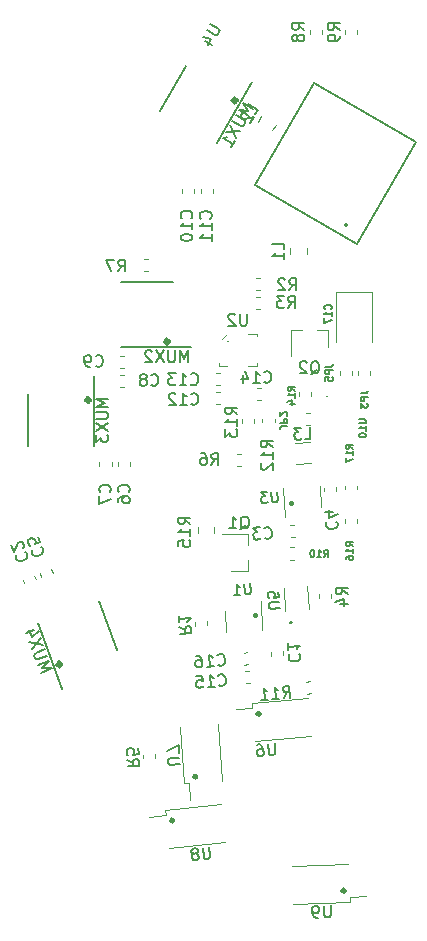
<source format=gbo>
G04 #@! TF.GenerationSoftware,KiCad,Pcbnew,(5.0.0)*
G04 #@! TF.CreationDate,2020-01-29T13:46:14+01:00*
G04 #@! TF.ProjectId,Insole_PCB,496E736F6C655F5043422E6B69636164,rev?*
G04 #@! TF.SameCoordinates,Original*
G04 #@! TF.FileFunction,Legend,Bot*
G04 #@! TF.FilePolarity,Positive*
%FSLAX46Y46*%
G04 Gerber Fmt 4.6, Leading zero omitted, Abs format (unit mm)*
G04 Created by KiCad (PCBNEW (5.0.0)) date 01/29/20 13:46:14*
%MOMM*%
%LPD*%
G01*
G04 APERTURE LIST*
%ADD10C,0.200000*%
%ADD11C,0.100000*%
%ADD12C,0.120000*%
%ADD13C,0.400000*%
%ADD14C,0.150000*%
%ADD15C,0.300000*%
G04 APERTURE END LIST*
D10*
G04 #@! TO.C,U2*
X191639453Y-163380707D02*
G75*
G03X191639453Y-163380707I0J0D01*
G01*
D11*
X194039453Y-162780707D02*
X194039453Y-163000707D01*
X193319453Y-162780707D02*
X194039453Y-162780707D01*
X194039453Y-165480707D02*
X193319453Y-165480707D01*
X194039453Y-165260707D02*
X194039453Y-165480707D01*
X190839453Y-165480707D02*
X190839453Y-165260707D01*
X190839453Y-165480707D02*
X191559453Y-165480707D01*
X191139453Y-163180707D02*
X191489453Y-162830707D01*
D12*
G04 #@! TO.C,C1*
X195219340Y-189703900D02*
X195242050Y-190028665D01*
X196236856Y-189632749D02*
X196259566Y-189957514D01*
G04 #@! TO.C,C2*
X174254536Y-183602175D02*
X174365883Y-183908099D01*
X175213023Y-183253315D02*
X175324370Y-183559239D01*
G04 #@! TO.C,C3*
X197258700Y-179951489D02*
X196933588Y-179968527D01*
X197205318Y-178932887D02*
X196880206Y-178949925D01*
G04 #@! TO.C,C4*
X199731340Y-175791900D02*
X199754050Y-176116665D01*
X200748856Y-175720749D02*
X200771566Y-176045514D01*
G04 #@! TO.C,C5*
X175704536Y-183052175D02*
X175815883Y-183358099D01*
X176663023Y-182703315D02*
X176774370Y-183009239D01*
G04 #@! TO.C,C6*
X183349453Y-173980986D02*
X183349453Y-173655428D01*
X182329453Y-173980986D02*
X182329453Y-173655428D01*
G04 #@! TO.C,C7*
X181749453Y-173993486D02*
X181749453Y-173667928D01*
X180729453Y-173993486D02*
X180729453Y-173667928D01*
G04 #@! TO.C,C8*
X182789732Y-166220707D02*
X182464174Y-166220707D01*
X182789732Y-167240707D02*
X182464174Y-167240707D01*
G04 #@! TO.C,C9*
X182789732Y-164620707D02*
X182464174Y-164620707D01*
X182789732Y-165640707D02*
X182464174Y-165640707D01*
G04 #@! TO.C,C10*
X188724453Y-150855986D02*
X188724453Y-150530428D01*
X187704453Y-150855986D02*
X187704453Y-150530428D01*
G04 #@! TO.C,C11*
X190349453Y-150868486D02*
X190349453Y-150542928D01*
X189329453Y-150868486D02*
X189329453Y-150542928D01*
G04 #@! TO.C,C12*
X190589174Y-168740707D02*
X190914732Y-168740707D01*
X190589174Y-167720707D02*
X190914732Y-167720707D01*
G04 #@! TO.C,C13*
X190589174Y-167140707D02*
X190914732Y-167140707D01*
X190589174Y-166120707D02*
X190914732Y-166120707D01*
G04 #@! TO.C,C14*
X194402232Y-167320707D02*
X194076674Y-167320707D01*
X194402232Y-168340707D02*
X194076674Y-168340707D01*
G04 #@! TO.C,L1*
X198279453Y-156036959D02*
X198279453Y-155514455D01*
X196859453Y-156036959D02*
X196859453Y-155514455D01*
G04 #@! TO.C,L2*
X195373705Y-145521958D02*
X195634957Y-145069456D01*
X194143949Y-144811958D02*
X194405201Y-144359456D01*
D13*
G04 #@! TO.C,MUX1*
X192339425Y-143008464D02*
G75*
G03X192339425Y-143008464I-158114J0D01*
G01*
D14*
X193651824Y-141461461D02*
X190664324Y-146635963D01*
X188079534Y-140062951D02*
X185879534Y-143873463D01*
D13*
G04 #@! TO.C,MUX2*
X186597567Y-163430707D02*
G75*
G03X186597567Y-163430707I-158114J0D01*
G01*
D14*
X188514453Y-163930707D02*
X182539453Y-163930707D01*
X186939453Y-158405707D02*
X182539453Y-158405707D01*
D13*
G04 #@! TO.C,MUX3*
X179897567Y-168380707D02*
G75*
G03X179897567Y-168380707I-158114J0D01*
G01*
D14*
X180239453Y-166305707D02*
X180239453Y-172280707D01*
X174714453Y-167880707D02*
X174714453Y-172280707D01*
D13*
G04 #@! TO.C,MUX4*
X177467708Y-190764831D02*
G75*
G03X177467708Y-190764831I-158114J0D01*
G01*
D14*
X177549440Y-192885703D02*
X175505869Y-187271040D01*
X182202560Y-189516026D02*
X180697671Y-185381378D01*
D12*
G04 #@! TO.C,Q2*
X200119453Y-162470707D02*
X200119453Y-163930707D01*
X196959453Y-162470707D02*
X196959453Y-164630707D01*
X196959453Y-162470707D02*
X197889453Y-162470707D01*
X200119453Y-162470707D02*
X199189453Y-162470707D01*
G04 #@! TO.C,R1*
X189876058Y-187450151D02*
X189859020Y-187125039D01*
X188857456Y-187503533D02*
X188840418Y-187178421D01*
G04 #@! TO.C,R2*
X194314732Y-158020707D02*
X193989174Y-158020707D01*
X194314732Y-159040707D02*
X193989174Y-159040707D01*
G04 #@! TO.C,R3*
X194302232Y-159620707D02*
X193976674Y-159620707D01*
X194302232Y-160640707D02*
X193976674Y-160640707D01*
G04 #@! TO.C,R4*
X199339453Y-184837928D02*
X199339453Y-185163486D01*
X200359453Y-184837928D02*
X200359453Y-185163486D01*
G04 #@! TO.C,R5*
X185459566Y-198657514D02*
X185436856Y-198332749D01*
X184442050Y-198728665D02*
X184419340Y-198403900D01*
G04 #@! TO.C,R6*
X192714732Y-172920707D02*
X192389174Y-172920707D01*
X192714732Y-173940707D02*
X192389174Y-173940707D01*
G04 #@! TO.C,R7*
X184802232Y-156470707D02*
X184476674Y-156470707D01*
X184802232Y-157490707D02*
X184476674Y-157490707D01*
G04 #@! TO.C,R8*
X199549453Y-137380986D02*
X199549453Y-137055428D01*
X198529453Y-137380986D02*
X198529453Y-137055428D01*
G04 #@! TO.C,R9*
X202549453Y-137393486D02*
X202549453Y-137067928D01*
X201529453Y-137393486D02*
X201529453Y-137067928D01*
G04 #@! TO.C,R10*
X197167732Y-180862707D02*
X196842174Y-180862707D01*
X197167732Y-181882707D02*
X196842174Y-181882707D01*
G04 #@! TO.C,R11*
X198337240Y-193252953D02*
X198661559Y-193224579D01*
X198248341Y-192236835D02*
X198572660Y-192208461D01*
G04 #@! TO.C,R12*
X195549453Y-170280986D02*
X195549453Y-169955428D01*
X194529453Y-170280986D02*
X194529453Y-169955428D01*
G04 #@! TO.C,R13*
X192829453Y-169967928D02*
X192829453Y-170293486D01*
X193849453Y-169967928D02*
X193849453Y-170293486D01*
G04 #@! TO.C,R14*
X198649453Y-168005986D02*
X198649453Y-167680428D01*
X197629453Y-168005986D02*
X197629453Y-167680428D01*
D13*
G04 #@! TO.C,U1*
X193867217Y-186581536D02*
G75*
G03X193867217Y-186581536I0J0D01*
G01*
D12*
X194493439Y-187830474D02*
X194366263Y-185403804D01*
X191335535Y-186233557D02*
X191427647Y-187991145D01*
D13*
G04 #@! TO.C,U3*
X196931689Y-177109878D02*
G75*
G03X196931689Y-177109878I0J0D01*
G01*
D12*
X196305467Y-175860940D02*
X196432643Y-178287610D01*
X199463371Y-177457857D02*
X199371259Y-175700269D01*
D15*
G04 #@! TO.C,U4*
X201612977Y-153558014D02*
G75*
G03X201612977Y-153558014I0J0D01*
G01*
D14*
X193906665Y-150205738D02*
X202566919Y-155205738D01*
X198906665Y-141545484D02*
X193906665Y-150205738D01*
X207566919Y-146545484D02*
X198906665Y-141545484D01*
X202566919Y-155205738D02*
X207566919Y-146545484D01*
D10*
G04 #@! TO.C,U5*
X196830672Y-187224665D02*
G75*
G03X197030184Y-187210713I99756J6976D01*
G01*
X197030185Y-187210713D02*
G75*
G03X196830671Y-187224665I-99757J-6976D01*
G01*
X197030184Y-187210713D02*
X197030184Y-187210713D01*
X196830671Y-187224665D02*
X196830671Y-187224665D01*
D11*
X198317261Y-184113386D02*
X198456774Y-186108515D01*
X196322132Y-184252899D02*
X196461645Y-186248028D01*
D13*
G04 #@! TO.C,U6*
X194260742Y-194948776D02*
G75*
G03X194260742Y-194948776I-70710J0D01*
G01*
D12*
X193888906Y-197243754D02*
X198670641Y-196825407D01*
X193610008Y-194055931D02*
X198391743Y-193637584D01*
X193644870Y-194454409D02*
X192250198Y-194576427D01*
X193610008Y-194055931D02*
X193644870Y-194454409D01*
D13*
G04 #@! TO.C,U7*
X188894284Y-200271420D02*
G75*
G03X188894284Y-200271420I-70710J0D01*
G01*
D12*
X191112947Y-200612553D02*
X190778116Y-195824245D01*
X187920742Y-200835774D02*
X187585911Y-196047466D01*
X188319767Y-200807871D02*
X188417426Y-202204461D01*
X187920742Y-200835774D02*
X188319767Y-200807871D01*
D13*
G04 #@! TO.C,U8*
X186952628Y-203982872D02*
G75*
G03X186952628Y-203982872I-70710J0D01*
G01*
D12*
X186620891Y-206282756D02*
X191394596Y-205781019D01*
X186286400Y-203100285D02*
X191060105Y-202598549D01*
X186328212Y-203498094D02*
X184935881Y-203644434D01*
X186286400Y-203100285D02*
X186328212Y-203498094D01*
D13*
G04 #@! TO.C,U9*
X201461691Y-209924002D02*
G75*
G03X201461691Y-209924002I-70711J0D01*
G01*
D12*
X201811803Y-207647929D02*
X197014727Y-207815447D01*
X201923481Y-210845980D02*
X197126405Y-211013497D01*
X201909521Y-210446223D02*
X203308669Y-210397364D01*
X201923481Y-210845980D02*
X201909521Y-210446223D01*
G04 #@! TO.C,C15*
X193380678Y-191315527D02*
X193055913Y-191338237D01*
X193451829Y-192333043D02*
X193127064Y-192355753D01*
G04 #@! TO.C,C16*
X193261259Y-189745593D02*
X192936494Y-189768303D01*
X193332410Y-190763109D02*
X193007645Y-190785819D01*
G04 #@! TO.C,C17*
X203799453Y-163470707D02*
X203799453Y-159260707D01*
X203799453Y-159260707D02*
X200779453Y-159260707D01*
X200779453Y-159260707D02*
X200779453Y-163470707D01*
G04 #@! TO.C,L3*
X197316588Y-171993464D02*
X198519066Y-171930445D01*
X197411840Y-173810969D02*
X198614318Y-173747950D01*
G04 #@! TO.C,Q1*
X193299453Y-182870707D02*
X193299453Y-181940707D01*
X193299453Y-179710707D02*
X193299453Y-180640707D01*
X193299453Y-179710707D02*
X191139453Y-179710707D01*
X193299453Y-182870707D02*
X191839453Y-182870707D01*
G04 #@! TO.C,R15*
X190459453Y-179094629D02*
X190459453Y-179611785D01*
X189039453Y-179094629D02*
X189039453Y-179611785D01*
G04 #@! TO.C,JP2*
X198206674Y-169460707D02*
X198532232Y-169460707D01*
X198206674Y-170480707D02*
X198532232Y-170480707D01*
G04 #@! TO.C,JP3*
X202599453Y-166223486D02*
X202599453Y-165897928D01*
X203619453Y-166223486D02*
X203619453Y-165897928D01*
G04 #@! TO.C,JP5*
X202129453Y-166243486D02*
X202129453Y-165917928D01*
X201109453Y-166243486D02*
X201109453Y-165917928D01*
G04 #@! TO.C,R16*
X202529453Y-178487928D02*
X202529453Y-178813486D01*
X201509453Y-178487928D02*
X201509453Y-178813486D01*
G04 #@! TO.C,R17*
X202539453Y-175953486D02*
X202539453Y-175627928D01*
X201519453Y-175953486D02*
X201519453Y-175627928D01*
D10*
G04 #@! TO.C,U10*
X200005453Y-168058707D02*
G75*
G03X200005453Y-168058707I-25000J0D01*
G01*
G04 #@! TO.C,U2*
D14*
X193201357Y-161083087D02*
X193201357Y-161892611D01*
X193153738Y-161987849D01*
X193106119Y-162035468D01*
X193010881Y-162083087D01*
X192820405Y-162083087D01*
X192725167Y-162035468D01*
X192677548Y-161987849D01*
X192629929Y-161892611D01*
X192629929Y-161083087D01*
X192201357Y-161178326D02*
X192153738Y-161130707D01*
X192058500Y-161083087D01*
X191820405Y-161083087D01*
X191725167Y-161130707D01*
X191677548Y-161178326D01*
X191629929Y-161273564D01*
X191629929Y-161368802D01*
X191677548Y-161511659D01*
X192248976Y-162083087D01*
X191629929Y-162083087D01*
G04 #@! TO.C,C1*
X196821323Y-189922128D02*
X196777141Y-189972953D01*
X196739604Y-190118784D01*
X196746247Y-190213790D01*
X196803715Y-190352977D01*
X196905365Y-190441340D01*
X197003693Y-190482200D01*
X197197027Y-190516416D01*
X197339536Y-190506450D01*
X197526226Y-190445660D01*
X197617911Y-190391514D01*
X197706273Y-190289864D01*
X197743811Y-190144034D01*
X197737168Y-190049027D01*
X197679699Y-189909840D01*
X197628875Y-189865659D01*
X196659882Y-188978711D02*
X196699743Y-189548747D01*
X196679812Y-189263729D02*
X197677376Y-189193973D01*
X197541511Y-189298944D01*
X197453148Y-189400593D01*
X197412288Y-189498921D01*
G04 #@! TO.C,C2*
X173660851Y-181509472D02*
X173632391Y-181570506D01*
X173636504Y-181721034D01*
X173669077Y-181810529D01*
X173762684Y-181928484D01*
X173884752Y-181985405D01*
X173990533Y-181997579D01*
X174185809Y-181977180D01*
X174320051Y-181928320D01*
X174482753Y-181818426D01*
X174555961Y-181741105D01*
X174612882Y-181619037D01*
X174608769Y-181468509D01*
X174576196Y-181379014D01*
X174482589Y-181261059D01*
X174421555Y-181232599D01*
X174291262Y-180874620D02*
X174319722Y-180813586D01*
X174331896Y-180707805D01*
X174250463Y-180484069D01*
X174173142Y-180410861D01*
X174112108Y-180382400D01*
X174006327Y-180370227D01*
X173916832Y-180402800D01*
X173798877Y-180496407D01*
X173457350Y-181228814D01*
X173245623Y-180647100D01*
G04 #@! TO.C,C3*
X194734582Y-180058637D02*
X194784628Y-180103699D01*
X194929782Y-180143776D01*
X195024889Y-180138792D01*
X195165058Y-180083761D01*
X195255182Y-179983669D01*
X195297751Y-179886070D01*
X195335336Y-179693362D01*
X195327860Y-179550701D01*
X195270337Y-179362978D01*
X195217799Y-179270363D01*
X195117707Y-179180239D01*
X194972553Y-179140162D01*
X194877446Y-179145147D01*
X194737277Y-179200177D01*
X194692215Y-179250223D01*
X194354354Y-179172561D02*
X193736155Y-179204959D01*
X194088969Y-179567944D01*
X193946307Y-179575421D01*
X193853692Y-179627959D01*
X193808631Y-179678005D01*
X193766061Y-179775605D01*
X193778522Y-180013373D01*
X193831060Y-180105989D01*
X193881106Y-180151050D01*
X193978706Y-180193620D01*
X194264029Y-180178667D01*
X194356644Y-180126129D01*
X194401706Y-180076083D01*
G04 #@! TO.C,C4*
X199984806Y-178731880D02*
X199940624Y-178782705D01*
X199903087Y-178928536D01*
X199909730Y-179023542D01*
X199967198Y-179162729D01*
X200068848Y-179251092D01*
X200167176Y-179291952D01*
X200360510Y-179326168D01*
X200503019Y-179316202D01*
X200689709Y-179255412D01*
X200781394Y-179201266D01*
X200869756Y-179099616D01*
X200907294Y-178953786D01*
X200900651Y-178858779D01*
X200843182Y-178719592D01*
X200792358Y-178675411D01*
X200495051Y-177836964D02*
X199830008Y-177883469D01*
X200891684Y-178047906D02*
X200195747Y-178335247D01*
X200152564Y-177717707D01*
G04 #@! TO.C,C5*
X175010851Y-181109472D02*
X174982391Y-181170506D01*
X174986504Y-181321034D01*
X175019077Y-181410529D01*
X175112684Y-181528484D01*
X175234752Y-181585405D01*
X175340533Y-181597579D01*
X175535809Y-181577180D01*
X175670051Y-181528320D01*
X175832753Y-181418426D01*
X175905961Y-181341105D01*
X175962882Y-181219037D01*
X175958769Y-181068509D01*
X175926196Y-180979014D01*
X175832589Y-180861059D01*
X175771555Y-180832599D01*
X175551603Y-179949827D02*
X175714469Y-180397300D01*
X175283283Y-180604914D01*
X175311744Y-180543880D01*
X175323918Y-180438099D01*
X175242485Y-180214362D01*
X175165164Y-180141154D01*
X175104130Y-180112694D01*
X174998349Y-180100520D01*
X174774612Y-180181953D01*
X174701405Y-180259274D01*
X174672944Y-180320308D01*
X174660770Y-180426089D01*
X174742203Y-180649825D01*
X174819524Y-180723033D01*
X174880558Y-180751494D01*
G04 #@! TO.C,C6*
X183196595Y-176164040D02*
X183244214Y-176116421D01*
X183291833Y-175973564D01*
X183291833Y-175878326D01*
X183244214Y-175735468D01*
X183148976Y-175640230D01*
X183053738Y-175592611D01*
X182863262Y-175544992D01*
X182720405Y-175544992D01*
X182529929Y-175592611D01*
X182434691Y-175640230D01*
X182339453Y-175735468D01*
X182291833Y-175878326D01*
X182291833Y-175973564D01*
X182339453Y-176116421D01*
X182387072Y-176164040D01*
X182291833Y-177021183D02*
X182291833Y-176830707D01*
X182339453Y-176735468D01*
X182387072Y-176687849D01*
X182529929Y-176592611D01*
X182720405Y-176544992D01*
X183101357Y-176544992D01*
X183196595Y-176592611D01*
X183244214Y-176640230D01*
X183291833Y-176735468D01*
X183291833Y-176925945D01*
X183244214Y-177021183D01*
X183196595Y-177068802D01*
X183101357Y-177116421D01*
X182863262Y-177116421D01*
X182768024Y-177068802D01*
X182720405Y-177021183D01*
X182672786Y-176925945D01*
X182672786Y-176735468D01*
X182720405Y-176640230D01*
X182768024Y-176592611D01*
X182863262Y-176544992D01*
G04 #@! TO.C,C7*
X181596595Y-176164040D02*
X181644214Y-176116421D01*
X181691833Y-175973564D01*
X181691833Y-175878326D01*
X181644214Y-175735468D01*
X181548976Y-175640230D01*
X181453738Y-175592611D01*
X181263262Y-175544992D01*
X181120405Y-175544992D01*
X180929929Y-175592611D01*
X180834691Y-175640230D01*
X180739453Y-175735468D01*
X180691833Y-175878326D01*
X180691833Y-175973564D01*
X180739453Y-176116421D01*
X180787072Y-176164040D01*
X180691833Y-176497373D02*
X180691833Y-177164040D01*
X181691833Y-176735468D01*
G04 #@! TO.C,C8*
X185106119Y-167087849D02*
X185153738Y-167135468D01*
X185296595Y-167183087D01*
X185391833Y-167183087D01*
X185534691Y-167135468D01*
X185629929Y-167040230D01*
X185677548Y-166944992D01*
X185725167Y-166754516D01*
X185725167Y-166611659D01*
X185677548Y-166421183D01*
X185629929Y-166325945D01*
X185534691Y-166230707D01*
X185391833Y-166183087D01*
X185296595Y-166183087D01*
X185153738Y-166230707D01*
X185106119Y-166278326D01*
X184534691Y-166611659D02*
X184629929Y-166564040D01*
X184677548Y-166516421D01*
X184725167Y-166421183D01*
X184725167Y-166373564D01*
X184677548Y-166278326D01*
X184629929Y-166230707D01*
X184534691Y-166183087D01*
X184344214Y-166183087D01*
X184248976Y-166230707D01*
X184201357Y-166278326D01*
X184153738Y-166373564D01*
X184153738Y-166421183D01*
X184201357Y-166516421D01*
X184248976Y-166564040D01*
X184344214Y-166611659D01*
X184534691Y-166611659D01*
X184629929Y-166659278D01*
X184677548Y-166706897D01*
X184725167Y-166802135D01*
X184725167Y-166992611D01*
X184677548Y-167087849D01*
X184629929Y-167135468D01*
X184534691Y-167183087D01*
X184344214Y-167183087D01*
X184248976Y-167135468D01*
X184201357Y-167087849D01*
X184153738Y-166992611D01*
X184153738Y-166802135D01*
X184201357Y-166706897D01*
X184248976Y-166659278D01*
X184344214Y-166611659D01*
G04 #@! TO.C,C9*
X180406119Y-165487849D02*
X180453738Y-165535468D01*
X180596595Y-165583087D01*
X180691833Y-165583087D01*
X180834691Y-165535468D01*
X180929929Y-165440230D01*
X180977548Y-165344992D01*
X181025167Y-165154516D01*
X181025167Y-165011659D01*
X180977548Y-164821183D01*
X180929929Y-164725945D01*
X180834691Y-164630707D01*
X180691833Y-164583087D01*
X180596595Y-164583087D01*
X180453738Y-164630707D01*
X180406119Y-164678326D01*
X179929929Y-165583087D02*
X179739453Y-165583087D01*
X179644214Y-165535468D01*
X179596595Y-165487849D01*
X179501357Y-165344992D01*
X179453738Y-165154516D01*
X179453738Y-164773564D01*
X179501357Y-164678326D01*
X179548976Y-164630707D01*
X179644214Y-164583087D01*
X179834691Y-164583087D01*
X179929929Y-164630707D01*
X179977548Y-164678326D01*
X180025167Y-164773564D01*
X180025167Y-165011659D01*
X179977548Y-165106897D01*
X179929929Y-165154516D01*
X179834691Y-165202135D01*
X179644214Y-165202135D01*
X179548976Y-165154516D01*
X179501357Y-165106897D01*
X179453738Y-165011659D01*
G04 #@! TO.C,C10*
X188496595Y-152987849D02*
X188544214Y-152940230D01*
X188591833Y-152797373D01*
X188591833Y-152702135D01*
X188544214Y-152559278D01*
X188448976Y-152464040D01*
X188353738Y-152416421D01*
X188163262Y-152368802D01*
X188020405Y-152368802D01*
X187829929Y-152416421D01*
X187734691Y-152464040D01*
X187639453Y-152559278D01*
X187591833Y-152702135D01*
X187591833Y-152797373D01*
X187639453Y-152940230D01*
X187687072Y-152987849D01*
X188591833Y-153940230D02*
X188591833Y-153368802D01*
X188591833Y-153654516D02*
X187591833Y-153654516D01*
X187734691Y-153559278D01*
X187829929Y-153464040D01*
X187877548Y-153368802D01*
X187591833Y-154559278D02*
X187591833Y-154654516D01*
X187639453Y-154749754D01*
X187687072Y-154797373D01*
X187782310Y-154844992D01*
X187972786Y-154892611D01*
X188210881Y-154892611D01*
X188401357Y-154844992D01*
X188496595Y-154797373D01*
X188544214Y-154749754D01*
X188591833Y-154654516D01*
X188591833Y-154559278D01*
X188544214Y-154464040D01*
X188496595Y-154416421D01*
X188401357Y-154368802D01*
X188210881Y-154321183D01*
X187972786Y-154321183D01*
X187782310Y-154368802D01*
X187687072Y-154416421D01*
X187639453Y-154464040D01*
X187591833Y-154559278D01*
G04 #@! TO.C,C11*
X190121595Y-153012849D02*
X190169214Y-152965230D01*
X190216833Y-152822373D01*
X190216833Y-152727135D01*
X190169214Y-152584278D01*
X190073976Y-152489040D01*
X189978738Y-152441421D01*
X189788262Y-152393802D01*
X189645405Y-152393802D01*
X189454929Y-152441421D01*
X189359691Y-152489040D01*
X189264453Y-152584278D01*
X189216833Y-152727135D01*
X189216833Y-152822373D01*
X189264453Y-152965230D01*
X189312072Y-153012849D01*
X190216833Y-153965230D02*
X190216833Y-153393802D01*
X190216833Y-153679516D02*
X189216833Y-153679516D01*
X189359691Y-153584278D01*
X189454929Y-153489040D01*
X189502548Y-153393802D01*
X190216833Y-154917611D02*
X190216833Y-154346183D01*
X190216833Y-154631897D02*
X189216833Y-154631897D01*
X189359691Y-154536659D01*
X189454929Y-154441421D01*
X189502548Y-154346183D01*
G04 #@! TO.C,C12*
X188482310Y-168687849D02*
X188529929Y-168735468D01*
X188672786Y-168783087D01*
X188768024Y-168783087D01*
X188910881Y-168735468D01*
X189006119Y-168640230D01*
X189053738Y-168544992D01*
X189101357Y-168354516D01*
X189101357Y-168211659D01*
X189053738Y-168021183D01*
X189006119Y-167925945D01*
X188910881Y-167830707D01*
X188768024Y-167783087D01*
X188672786Y-167783087D01*
X188529929Y-167830707D01*
X188482310Y-167878326D01*
X187529929Y-168783087D02*
X188101357Y-168783087D01*
X187815643Y-168783087D02*
X187815643Y-167783087D01*
X187910881Y-167925945D01*
X188006119Y-168021183D01*
X188101357Y-168068802D01*
X187148976Y-167878326D02*
X187101357Y-167830707D01*
X187006119Y-167783087D01*
X186768024Y-167783087D01*
X186672786Y-167830707D01*
X186625167Y-167878326D01*
X186577548Y-167973564D01*
X186577548Y-168068802D01*
X186625167Y-168211659D01*
X187196595Y-168783087D01*
X186577548Y-168783087D01*
G04 #@! TO.C,C13*
X188472310Y-167017849D02*
X188519929Y-167065468D01*
X188662786Y-167113087D01*
X188758024Y-167113087D01*
X188900881Y-167065468D01*
X188996119Y-166970230D01*
X189043738Y-166874992D01*
X189091357Y-166684516D01*
X189091357Y-166541659D01*
X189043738Y-166351183D01*
X188996119Y-166255945D01*
X188900881Y-166160707D01*
X188758024Y-166113087D01*
X188662786Y-166113087D01*
X188519929Y-166160707D01*
X188472310Y-166208326D01*
X187519929Y-167113087D02*
X188091357Y-167113087D01*
X187805643Y-167113087D02*
X187805643Y-166113087D01*
X187900881Y-166255945D01*
X187996119Y-166351183D01*
X188091357Y-166398802D01*
X187186595Y-166113087D02*
X186567548Y-166113087D01*
X186900881Y-166494040D01*
X186758024Y-166494040D01*
X186662786Y-166541659D01*
X186615167Y-166589278D01*
X186567548Y-166684516D01*
X186567548Y-166922611D01*
X186615167Y-167017849D01*
X186662786Y-167065468D01*
X186758024Y-167113087D01*
X187043738Y-167113087D01*
X187138976Y-167065468D01*
X187186595Y-167017849D01*
G04 #@! TO.C,C14*
X194662310Y-166837849D02*
X194709929Y-166885468D01*
X194852786Y-166933087D01*
X194948024Y-166933087D01*
X195090881Y-166885468D01*
X195186119Y-166790230D01*
X195233738Y-166694992D01*
X195281357Y-166504516D01*
X195281357Y-166361659D01*
X195233738Y-166171183D01*
X195186119Y-166075945D01*
X195090881Y-165980707D01*
X194948024Y-165933087D01*
X194852786Y-165933087D01*
X194709929Y-165980707D01*
X194662310Y-166028326D01*
X193709929Y-166933087D02*
X194281357Y-166933087D01*
X193995643Y-166933087D02*
X193995643Y-165933087D01*
X194090881Y-166075945D01*
X194186119Y-166171183D01*
X194281357Y-166218802D01*
X192852786Y-166266421D02*
X192852786Y-166933087D01*
X193090881Y-165885468D02*
X193328976Y-166599754D01*
X192709929Y-166599754D01*
G04 #@! TO.C,L1*
X196371833Y-155609040D02*
X196371833Y-155132849D01*
X195371833Y-155132849D01*
X196371833Y-156466183D02*
X196371833Y-155894754D01*
X196371833Y-156180468D02*
X195371833Y-156180468D01*
X195514691Y-156085230D01*
X195609929Y-155989992D01*
X195657548Y-155894754D01*
G04 #@! TO.C,L2*
X193935617Y-144197559D02*
X194173712Y-143785166D01*
X193307687Y-143285166D01*
X193009213Y-143992614D02*
X192944164Y-144010044D01*
X192855306Y-144068713D01*
X192736258Y-144274910D01*
X192729879Y-144381198D01*
X192747309Y-144446247D01*
X192805978Y-144535105D01*
X192888456Y-144582724D01*
X193035984Y-144612913D01*
X193816570Y-144403756D01*
X193507046Y-144939867D01*
G04 #@! TO.C,MUX1*
X193710378Y-143764803D02*
X192844352Y-143264803D01*
X193296275Y-143910621D01*
X192511019Y-143842154D01*
X193377044Y-144342154D01*
X192272924Y-144254547D02*
X192973992Y-144659309D01*
X193032661Y-144748167D01*
X193050091Y-144813216D01*
X193043711Y-144919504D01*
X192948473Y-145084461D01*
X192859615Y-145143130D01*
X192794566Y-145160560D01*
X192688278Y-145154180D01*
X191987210Y-144749418D01*
X191796733Y-145079333D02*
X192329425Y-146156683D01*
X191463400Y-145656683D02*
X192662759Y-145579333D01*
X191877044Y-146940230D02*
X192162759Y-146445358D01*
X192019902Y-146692794D02*
X191153876Y-146192794D01*
X191325213Y-146181744D01*
X191455311Y-146146884D01*
X191544169Y-146088215D01*
G04 #@! TO.C,MUX2*
X188248976Y-165183087D02*
X188248976Y-164183087D01*
X187915643Y-164897373D01*
X187582310Y-164183087D01*
X187582310Y-165183087D01*
X187106119Y-164183087D02*
X187106119Y-164992611D01*
X187058500Y-165087849D01*
X187010881Y-165135468D01*
X186915643Y-165183087D01*
X186725167Y-165183087D01*
X186629929Y-165135468D01*
X186582310Y-165087849D01*
X186534691Y-164992611D01*
X186534691Y-164183087D01*
X186153738Y-164183087D02*
X185487072Y-165183087D01*
X185487072Y-164183087D02*
X186153738Y-165183087D01*
X185153738Y-164278326D02*
X185106119Y-164230707D01*
X185010881Y-164183087D01*
X184772786Y-164183087D01*
X184677548Y-164230707D01*
X184629929Y-164278326D01*
X184582310Y-164373564D01*
X184582310Y-164468802D01*
X184629929Y-164611659D01*
X185201357Y-165183087D01*
X184582310Y-165183087D01*
G04 #@! TO.C,MUX3*
X181441833Y-168271183D02*
X180441833Y-168271183D01*
X181156119Y-168604516D01*
X180441833Y-168937849D01*
X181441833Y-168937849D01*
X180441833Y-169414040D02*
X181251357Y-169414040D01*
X181346595Y-169461659D01*
X181394214Y-169509278D01*
X181441833Y-169604516D01*
X181441833Y-169794992D01*
X181394214Y-169890230D01*
X181346595Y-169937849D01*
X181251357Y-169985468D01*
X180441833Y-169985468D01*
X180441833Y-170366421D02*
X181441833Y-171033087D01*
X180441833Y-171033087D02*
X181441833Y-170366421D01*
X180441833Y-171318802D02*
X180441833Y-171937849D01*
X180822786Y-171604516D01*
X180822786Y-171747373D01*
X180870405Y-171842611D01*
X180918024Y-171890230D01*
X181013262Y-171937849D01*
X181251357Y-171937849D01*
X181346595Y-171890230D01*
X181394214Y-171842611D01*
X181441833Y-171747373D01*
X181441833Y-171461659D01*
X181394214Y-171366421D01*
X181346595Y-171318802D01*
G04 #@! TO.C,MUX4*
X175747338Y-191449998D02*
X176687031Y-191107978D01*
X175901815Y-191039047D01*
X176459017Y-190481516D01*
X175519325Y-190823536D01*
X176296151Y-190034044D02*
X175535447Y-190310917D01*
X175429666Y-190298743D01*
X175368632Y-190270282D01*
X175291311Y-190197075D01*
X175226164Y-190018086D01*
X175238338Y-189912304D01*
X175266799Y-189851270D01*
X175340007Y-189773950D01*
X176100710Y-189497076D01*
X175970417Y-189139098D02*
X174802711Y-188854657D01*
X175742404Y-188512636D02*
X175030724Y-189481118D01*
X175152299Y-187865940D02*
X174525838Y-188093953D01*
X175591711Y-187959383D02*
X175001935Y-188427419D01*
X174790208Y-187845704D01*
G04 #@! TO.C,Q2*
X198604691Y-166208326D02*
X198699929Y-166160707D01*
X198795167Y-166065468D01*
X198938024Y-165922611D01*
X199033262Y-165874992D01*
X199128500Y-165874992D01*
X199080881Y-166113087D02*
X199176119Y-166065468D01*
X199271357Y-165970230D01*
X199318976Y-165779754D01*
X199318976Y-165446421D01*
X199271357Y-165255945D01*
X199176119Y-165160707D01*
X199080881Y-165113087D01*
X198890405Y-165113087D01*
X198795167Y-165160707D01*
X198699929Y-165255945D01*
X198652310Y-165446421D01*
X198652310Y-165779754D01*
X198699929Y-165970230D01*
X198795167Y-166065468D01*
X198890405Y-166113087D01*
X199080881Y-166113087D01*
X198271357Y-165208326D02*
X198223738Y-165160707D01*
X198128500Y-165113087D01*
X197890405Y-165113087D01*
X197795167Y-165160707D01*
X197747548Y-165208326D01*
X197699929Y-165303564D01*
X197699929Y-165398802D01*
X197747548Y-165541659D01*
X198318976Y-166113087D01*
X197699929Y-166113087D01*
G04 #@! TO.C,R1*
X187487159Y-187579240D02*
X187980142Y-187887194D01*
X187517065Y-188149885D02*
X188515695Y-188097549D01*
X188495757Y-187717119D01*
X188443219Y-187624503D01*
X188393173Y-187579442D01*
X188295574Y-187536872D01*
X188152912Y-187544349D01*
X188060297Y-187596887D01*
X188015235Y-187646933D01*
X187972666Y-187744533D01*
X187992603Y-188124963D01*
X187437315Y-186628164D02*
X187467222Y-187198809D01*
X187452269Y-186913487D02*
X188450898Y-186861151D01*
X188313221Y-186963735D01*
X188223098Y-187063827D01*
X188180528Y-187161426D01*
G04 #@! TO.C,R2*
X196806119Y-159083087D02*
X197139453Y-158606897D01*
X197377548Y-159083087D02*
X197377548Y-158083087D01*
X196996595Y-158083087D01*
X196901357Y-158130707D01*
X196853738Y-158178326D01*
X196806119Y-158273564D01*
X196806119Y-158416421D01*
X196853738Y-158511659D01*
X196901357Y-158559278D01*
X196996595Y-158606897D01*
X197377548Y-158606897D01*
X196425167Y-158178326D02*
X196377548Y-158130707D01*
X196282310Y-158083087D01*
X196044214Y-158083087D01*
X195948976Y-158130707D01*
X195901357Y-158178326D01*
X195853738Y-158273564D01*
X195853738Y-158368802D01*
X195901357Y-158511659D01*
X196472786Y-159083087D01*
X195853738Y-159083087D01*
G04 #@! TO.C,R3*
X196706119Y-160583087D02*
X197039453Y-160106897D01*
X197277548Y-160583087D02*
X197277548Y-159583087D01*
X196896595Y-159583087D01*
X196801357Y-159630707D01*
X196753738Y-159678326D01*
X196706119Y-159773564D01*
X196706119Y-159916421D01*
X196753738Y-160011659D01*
X196801357Y-160059278D01*
X196896595Y-160106897D01*
X197277548Y-160106897D01*
X196372786Y-159583087D02*
X195753738Y-159583087D01*
X196087072Y-159964040D01*
X195944214Y-159964040D01*
X195848976Y-160011659D01*
X195801357Y-160059278D01*
X195753738Y-160154516D01*
X195753738Y-160392611D01*
X195801357Y-160487849D01*
X195848976Y-160535468D01*
X195944214Y-160583087D01*
X196229929Y-160583087D01*
X196325167Y-160535468D01*
X196372786Y-160487849D01*
G04 #@! TO.C,R4*
X201731833Y-184834040D02*
X201255643Y-184500707D01*
X201731833Y-184262611D02*
X200731833Y-184262611D01*
X200731833Y-184643564D01*
X200779453Y-184738802D01*
X200827072Y-184786421D01*
X200922310Y-184834040D01*
X201065167Y-184834040D01*
X201160405Y-184786421D01*
X201208024Y-184738802D01*
X201255643Y-184643564D01*
X201255643Y-184262611D01*
X201065167Y-185691183D02*
X201731833Y-185691183D01*
X200684214Y-185453087D02*
X201398500Y-185214992D01*
X201398500Y-185834040D01*
G04 #@! TO.C,R5*
X183073283Y-198828276D02*
X183571565Y-199127580D01*
X183113143Y-199398312D02*
X184110707Y-199328556D01*
X184084134Y-198948531D01*
X184029987Y-198856847D01*
X183979162Y-198812666D01*
X183880834Y-198771806D01*
X183738325Y-198781771D01*
X183646641Y-198835918D01*
X183602460Y-198886743D01*
X183561600Y-198985071D01*
X183588174Y-199365095D01*
X184007734Y-197855961D02*
X184040951Y-198330992D01*
X183569242Y-198411712D01*
X183613424Y-198360887D01*
X183654283Y-198262560D01*
X183637674Y-198025044D01*
X183583528Y-197933360D01*
X183532703Y-197889179D01*
X183434375Y-197848319D01*
X183196860Y-197864928D01*
X183105176Y-197919074D01*
X183060994Y-197969899D01*
X183020135Y-198068227D01*
X183036743Y-198305742D01*
X183090890Y-198397426D01*
X183141715Y-198441608D01*
G04 #@! TO.C,R6*
X190206119Y-173883087D02*
X190539453Y-173406897D01*
X190777548Y-173883087D02*
X190777548Y-172883087D01*
X190396595Y-172883087D01*
X190301357Y-172930707D01*
X190253738Y-172978326D01*
X190206119Y-173073564D01*
X190206119Y-173216421D01*
X190253738Y-173311659D01*
X190301357Y-173359278D01*
X190396595Y-173406897D01*
X190777548Y-173406897D01*
X189348976Y-172883087D02*
X189539453Y-172883087D01*
X189634691Y-172930707D01*
X189682310Y-172978326D01*
X189777548Y-173121183D01*
X189825167Y-173311659D01*
X189825167Y-173692611D01*
X189777548Y-173787849D01*
X189729929Y-173835468D01*
X189634691Y-173883087D01*
X189444214Y-173883087D01*
X189348976Y-173835468D01*
X189301357Y-173787849D01*
X189253738Y-173692611D01*
X189253738Y-173454516D01*
X189301357Y-173359278D01*
X189348976Y-173311659D01*
X189444214Y-173264040D01*
X189634691Y-173264040D01*
X189729929Y-173311659D01*
X189777548Y-173359278D01*
X189825167Y-173454516D01*
G04 #@! TO.C,R7*
X182306119Y-157483087D02*
X182639453Y-157006897D01*
X182877548Y-157483087D02*
X182877548Y-156483087D01*
X182496595Y-156483087D01*
X182401357Y-156530707D01*
X182353738Y-156578326D01*
X182306119Y-156673564D01*
X182306119Y-156816421D01*
X182353738Y-156911659D01*
X182401357Y-156959278D01*
X182496595Y-157006897D01*
X182877548Y-157006897D01*
X181972786Y-156483087D02*
X181306119Y-156483087D01*
X181734691Y-157483087D01*
G04 #@! TO.C,R8*
X198061833Y-137051540D02*
X197585643Y-136718207D01*
X198061833Y-136480111D02*
X197061833Y-136480111D01*
X197061833Y-136861064D01*
X197109453Y-136956302D01*
X197157072Y-137003921D01*
X197252310Y-137051540D01*
X197395167Y-137051540D01*
X197490405Y-137003921D01*
X197538024Y-136956302D01*
X197585643Y-136861064D01*
X197585643Y-136480111D01*
X197490405Y-137622968D02*
X197442786Y-137527730D01*
X197395167Y-137480111D01*
X197299929Y-137432492D01*
X197252310Y-137432492D01*
X197157072Y-137480111D01*
X197109453Y-137527730D01*
X197061833Y-137622968D01*
X197061833Y-137813445D01*
X197109453Y-137908683D01*
X197157072Y-137956302D01*
X197252310Y-138003921D01*
X197299929Y-138003921D01*
X197395167Y-137956302D01*
X197442786Y-137908683D01*
X197490405Y-137813445D01*
X197490405Y-137622968D01*
X197538024Y-137527730D01*
X197585643Y-137480111D01*
X197680881Y-137432492D01*
X197871357Y-137432492D01*
X197966595Y-137480111D01*
X198014214Y-137527730D01*
X198061833Y-137622968D01*
X198061833Y-137813445D01*
X198014214Y-137908683D01*
X197966595Y-137956302D01*
X197871357Y-138003921D01*
X197680881Y-138003921D01*
X197585643Y-137956302D01*
X197538024Y-137908683D01*
X197490405Y-137813445D01*
G04 #@! TO.C,R9*
X201061833Y-137064040D02*
X200585643Y-136730707D01*
X201061833Y-136492611D02*
X200061833Y-136492611D01*
X200061833Y-136873564D01*
X200109453Y-136968802D01*
X200157072Y-137016421D01*
X200252310Y-137064040D01*
X200395167Y-137064040D01*
X200490405Y-137016421D01*
X200538024Y-136968802D01*
X200585643Y-136873564D01*
X200585643Y-136492611D01*
X201061833Y-137540230D02*
X201061833Y-137730707D01*
X201014214Y-137825945D01*
X200966595Y-137873564D01*
X200823738Y-137968802D01*
X200633262Y-138016421D01*
X200252310Y-138016421D01*
X200157072Y-137968802D01*
X200109453Y-137921183D01*
X200061833Y-137825945D01*
X200061833Y-137635468D01*
X200109453Y-137540230D01*
X200157072Y-137492611D01*
X200252310Y-137444992D01*
X200490405Y-137444992D01*
X200585643Y-137492611D01*
X200633262Y-137540230D01*
X200680881Y-137635468D01*
X200680881Y-137825945D01*
X200633262Y-137921183D01*
X200585643Y-137968802D01*
X200490405Y-138016421D01*
G04 #@! TO.C,R10*
X199735167Y-181682135D02*
X199935167Y-181396421D01*
X200078024Y-181682135D02*
X200078024Y-181082135D01*
X199849453Y-181082135D01*
X199792310Y-181110707D01*
X199763738Y-181139278D01*
X199735167Y-181196421D01*
X199735167Y-181282135D01*
X199763738Y-181339278D01*
X199792310Y-181367849D01*
X199849453Y-181396421D01*
X200078024Y-181396421D01*
X199163738Y-181682135D02*
X199506595Y-181682135D01*
X199335167Y-181682135D02*
X199335167Y-181082135D01*
X199392310Y-181167849D01*
X199449453Y-181224992D01*
X199506595Y-181253564D01*
X198792310Y-181082135D02*
X198735167Y-181082135D01*
X198678024Y-181110707D01*
X198649453Y-181139278D01*
X198620881Y-181196421D01*
X198592310Y-181310707D01*
X198592310Y-181453564D01*
X198620881Y-181567849D01*
X198649453Y-181624992D01*
X198678024Y-181653564D01*
X198735167Y-181682135D01*
X198792310Y-181682135D01*
X198849453Y-181653564D01*
X198878024Y-181624992D01*
X198906595Y-181567849D01*
X198935167Y-181453564D01*
X198935167Y-181310707D01*
X198906595Y-181196421D01*
X198878024Y-181139278D01*
X198849453Y-181110707D01*
X198792310Y-181082135D01*
G04 #@! TO.C,R11*
X196319291Y-193625337D02*
X196609853Y-193121907D01*
X196888545Y-193575534D02*
X196801389Y-192579339D01*
X196421887Y-192612542D01*
X196331161Y-192668280D01*
X196287874Y-192719868D01*
X196248736Y-192818894D01*
X196261187Y-192961208D01*
X196316926Y-193051933D01*
X196368514Y-193095220D01*
X196467540Y-193134358D01*
X196847042Y-193101156D01*
X195370534Y-193708343D02*
X195939788Y-193658540D01*
X195655161Y-193683441D02*
X195568005Y-192687246D01*
X195675332Y-192821259D01*
X195778508Y-192907835D01*
X195877534Y-192946972D01*
X194421777Y-193791348D02*
X194991031Y-193741545D01*
X194706404Y-193766447D02*
X194619249Y-192770252D01*
X194726575Y-192904265D01*
X194829751Y-192990840D01*
X194928777Y-193029977D01*
G04 #@! TO.C,R12*
X195391833Y-172387849D02*
X194915643Y-172054516D01*
X195391833Y-171816421D02*
X194391833Y-171816421D01*
X194391833Y-172197373D01*
X194439453Y-172292611D01*
X194487072Y-172340230D01*
X194582310Y-172387849D01*
X194725167Y-172387849D01*
X194820405Y-172340230D01*
X194868024Y-172292611D01*
X194915643Y-172197373D01*
X194915643Y-171816421D01*
X195391833Y-173340230D02*
X195391833Y-172768802D01*
X195391833Y-173054516D02*
X194391833Y-173054516D01*
X194534691Y-172959278D01*
X194629929Y-172864040D01*
X194677548Y-172768802D01*
X194487072Y-173721183D02*
X194439453Y-173768802D01*
X194391833Y-173864040D01*
X194391833Y-174102135D01*
X194439453Y-174197373D01*
X194487072Y-174244992D01*
X194582310Y-174292611D01*
X194677548Y-174292611D01*
X194820405Y-174244992D01*
X195391833Y-173673564D01*
X195391833Y-174292611D01*
G04 #@! TO.C,R13*
X192391833Y-169587849D02*
X191915643Y-169254516D01*
X192391833Y-169016421D02*
X191391833Y-169016421D01*
X191391833Y-169397373D01*
X191439453Y-169492611D01*
X191487072Y-169540230D01*
X191582310Y-169587849D01*
X191725167Y-169587849D01*
X191820405Y-169540230D01*
X191868024Y-169492611D01*
X191915643Y-169397373D01*
X191915643Y-169016421D01*
X192391833Y-170540230D02*
X192391833Y-169968802D01*
X192391833Y-170254516D02*
X191391833Y-170254516D01*
X191534691Y-170159278D01*
X191629929Y-170064040D01*
X191677548Y-169968802D01*
X191391833Y-170873564D02*
X191391833Y-171492611D01*
X191772786Y-171159278D01*
X191772786Y-171302135D01*
X191820405Y-171397373D01*
X191868024Y-171444992D01*
X191963262Y-171492611D01*
X192201357Y-171492611D01*
X192296595Y-171444992D01*
X192344214Y-171397373D01*
X192391833Y-171302135D01*
X192391833Y-171016421D01*
X192344214Y-170921183D01*
X192296595Y-170873564D01*
G04 #@! TO.C,R14*
X197260881Y-167594992D02*
X196975167Y-167394992D01*
X197260881Y-167252135D02*
X196660881Y-167252135D01*
X196660881Y-167480707D01*
X196689453Y-167537849D01*
X196718024Y-167566421D01*
X196775167Y-167594992D01*
X196860881Y-167594992D01*
X196918024Y-167566421D01*
X196946595Y-167537849D01*
X196975167Y-167480707D01*
X196975167Y-167252135D01*
X197260881Y-168166421D02*
X197260881Y-167823564D01*
X197260881Y-167994992D02*
X196660881Y-167994992D01*
X196746595Y-167937849D01*
X196803738Y-167880707D01*
X196832310Y-167823564D01*
X196860881Y-168680707D02*
X197260881Y-168680707D01*
X196632310Y-168537849D02*
X197060881Y-168394992D01*
X197060881Y-168766421D01*
G04 #@! TO.C,U1*
X193498433Y-183902637D02*
X193536563Y-184630210D01*
X193498251Y-184718050D01*
X193457695Y-184763091D01*
X193374342Y-184810376D01*
X193203148Y-184819348D01*
X193115308Y-184781035D01*
X193070267Y-184740480D01*
X193022982Y-184657126D01*
X192984852Y-183929553D01*
X192133188Y-184875422D02*
X192646769Y-184848506D01*
X192389978Y-184861964D02*
X192342876Y-183963197D01*
X192435202Y-184087107D01*
X192525284Y-184168218D01*
X192613124Y-184206530D01*
G04 #@! TO.C,U3*
X195798433Y-176132637D02*
X195836563Y-176860210D01*
X195798251Y-176948050D01*
X195757695Y-176993091D01*
X195674342Y-177040376D01*
X195503148Y-177049348D01*
X195415308Y-177011035D01*
X195370267Y-176970480D01*
X195322982Y-176887126D01*
X195284852Y-176159553D01*
X194942465Y-176177497D02*
X194386085Y-176206655D01*
X194703618Y-176533342D01*
X194575223Y-176540071D01*
X194491869Y-176587355D01*
X194451314Y-176632396D01*
X194413001Y-176720236D01*
X194424216Y-176934228D01*
X194471500Y-177017582D01*
X194516542Y-177058138D01*
X194604381Y-177096450D01*
X194861172Y-177082992D01*
X194944526Y-177035708D01*
X194985081Y-176990666D01*
G04 #@! TO.C,U4*
X190117823Y-136572966D02*
X190818891Y-136977728D01*
X190877560Y-137066586D01*
X190894990Y-137131635D01*
X190888610Y-137237923D01*
X190793372Y-137402881D01*
X190704514Y-137461550D01*
X190639465Y-137478979D01*
X190533177Y-137472600D01*
X189832109Y-137067838D01*
X189668403Y-138018051D02*
X190245753Y-138351385D01*
X189457536Y-137621379D02*
X190195173Y-137772325D01*
X189885649Y-138308436D01*
G04 #@! TO.C,U5*
X195978942Y-185980366D02*
X195252145Y-186031189D01*
X195163650Y-185994415D01*
X195117908Y-185954652D01*
X195069176Y-185872136D01*
X195057218Y-185701125D01*
X195093992Y-185612630D01*
X195133755Y-185566888D01*
X195216271Y-185518156D01*
X195943067Y-185467334D01*
X195883276Y-184612279D02*
X195913172Y-185039806D01*
X195488634Y-185112454D01*
X195528397Y-185066712D01*
X195565171Y-184978217D01*
X195550223Y-184764453D01*
X195501491Y-184681937D01*
X195455749Y-184642174D01*
X195367254Y-184605401D01*
X195153490Y-184620348D01*
X195070974Y-184669080D01*
X195031211Y-184714823D01*
X194994437Y-184803318D01*
X195009385Y-185017081D01*
X195058117Y-185099597D01*
X195103859Y-185139360D01*
G04 #@! TO.C,U6*
X195550730Y-197418767D02*
X195621284Y-198225210D01*
X195582147Y-198324236D01*
X195538860Y-198375824D01*
X195448134Y-198431563D01*
X195258383Y-198448164D01*
X195159357Y-198409027D01*
X195107769Y-198365739D01*
X195052030Y-198275014D01*
X194981476Y-197468570D01*
X194080157Y-197547425D02*
X194269908Y-197530824D01*
X194368934Y-197569962D01*
X194420522Y-197613249D01*
X194527849Y-197747262D01*
X194591888Y-197932863D01*
X194625090Y-198312366D01*
X194585952Y-198411392D01*
X194542665Y-198462980D01*
X194451940Y-198518718D01*
X194262188Y-198535320D01*
X194163162Y-198496182D01*
X194111574Y-198452895D01*
X194055836Y-198362169D01*
X194035084Y-198124980D01*
X194074222Y-198025954D01*
X194117509Y-197974366D01*
X194208235Y-197918628D01*
X194397986Y-197902027D01*
X194497012Y-197941164D01*
X194548600Y-197984451D01*
X194604338Y-198075177D01*
G04 #@! TO.C,U7*
X187544731Y-199219971D02*
X186737180Y-199276441D01*
X186638852Y-199235581D01*
X186588027Y-199191400D01*
X186533880Y-199099716D01*
X186520593Y-198909703D01*
X186561453Y-198811376D01*
X186605634Y-198760551D01*
X186697319Y-198706404D01*
X187504871Y-198649935D01*
X187478297Y-198269910D02*
X187431792Y-197604868D01*
X186464124Y-198102152D01*
G04 #@! TO.C,U8*
X190039942Y-206206447D02*
X190124560Y-207011536D01*
X190087157Y-207111230D01*
X190044776Y-207163565D01*
X189955037Y-207220879D01*
X189765605Y-207240789D01*
X189665911Y-207203386D01*
X189613575Y-207161005D01*
X189556262Y-207071266D01*
X189471643Y-206266177D01*
X188900785Y-206757109D02*
X188990524Y-206699796D01*
X189032904Y-206647460D01*
X189070308Y-206547766D01*
X189065330Y-206500408D01*
X189008017Y-206410669D01*
X188955681Y-206368288D01*
X188855987Y-206330885D01*
X188666554Y-206350795D01*
X188576815Y-206408109D01*
X188534435Y-206460444D01*
X188497032Y-206560138D01*
X188502009Y-206607497D01*
X188559323Y-206697235D01*
X188611658Y-206739616D01*
X188711352Y-206777019D01*
X188900785Y-206757109D01*
X189000479Y-206794512D01*
X189052815Y-206836893D01*
X189110128Y-206926632D01*
X189130038Y-207116064D01*
X189092635Y-207215758D01*
X189050254Y-207268094D01*
X188960516Y-207325407D01*
X188771083Y-207345317D01*
X188671389Y-207307914D01*
X188619053Y-207265534D01*
X188561740Y-207175795D01*
X188541830Y-206986362D01*
X188579233Y-206886668D01*
X188621613Y-206834332D01*
X188711352Y-206777019D01*
G04 #@! TO.C,U9*
X200295541Y-211165369D02*
X200323792Y-211974400D01*
X200279526Y-212071242D01*
X200233598Y-212120494D01*
X200140080Y-212171407D01*
X199949720Y-212178055D01*
X199852878Y-212133789D01*
X199803626Y-212087860D01*
X199752712Y-211994342D01*
X199724460Y-211185312D01*
X199235869Y-212202983D02*
X199045509Y-212209631D01*
X198948667Y-212165364D01*
X198899415Y-212119436D01*
X198799249Y-211979990D01*
X198745012Y-211791291D01*
X198731717Y-211410571D01*
X198775983Y-211313729D01*
X198821911Y-211264477D01*
X198915429Y-211213563D01*
X199105790Y-211206916D01*
X199202631Y-211251182D01*
X199251883Y-211297110D01*
X199302797Y-211390629D01*
X199311107Y-211628579D01*
X199266840Y-211725421D01*
X199220912Y-211774673D01*
X199127394Y-211825586D01*
X198937034Y-211832234D01*
X198840192Y-211787968D01*
X198790940Y-211742040D01*
X198740026Y-211648521D01*
G04 #@! TO.C,C15*
X190843428Y-192517589D02*
X190894252Y-192561770D01*
X191040083Y-192599308D01*
X191135089Y-192592665D01*
X191274277Y-192535196D01*
X191362640Y-192433547D01*
X191403499Y-192335219D01*
X191437715Y-192141885D01*
X191427750Y-191999376D01*
X191366960Y-191812685D01*
X191312813Y-191721001D01*
X191211164Y-191632638D01*
X191065333Y-191595101D01*
X190970327Y-191601744D01*
X190831139Y-191659212D01*
X190786958Y-191710037D01*
X189900010Y-192679030D02*
X190470047Y-192639169D01*
X190185028Y-192659099D02*
X190115272Y-191661535D01*
X190220243Y-191797401D01*
X190321893Y-191885764D01*
X190420221Y-191926623D01*
X188927696Y-191744579D02*
X189402726Y-191711361D01*
X189483447Y-192183070D01*
X189432622Y-192138889D01*
X189334294Y-192098029D01*
X189096779Y-192114638D01*
X189005094Y-192168784D01*
X188960913Y-192219609D01*
X188920054Y-192317937D01*
X188936662Y-192555452D01*
X188990809Y-192647137D01*
X189041634Y-192691318D01*
X189139961Y-192732178D01*
X189377477Y-192715569D01*
X189469161Y-192661422D01*
X189513342Y-192610598D01*
G04 #@! TO.C,C16*
X190764121Y-190804508D02*
X190814945Y-190848689D01*
X190960776Y-190886227D01*
X191055782Y-190879584D01*
X191194970Y-190822115D01*
X191283333Y-190720466D01*
X191324192Y-190622138D01*
X191358408Y-190428804D01*
X191348443Y-190286295D01*
X191287653Y-190099604D01*
X191233506Y-190007920D01*
X191131857Y-189919557D01*
X190986026Y-189882020D01*
X190891020Y-189888663D01*
X190751832Y-189946131D01*
X190707651Y-189996956D01*
X189820703Y-190965949D02*
X190390740Y-190926088D01*
X190105721Y-190946018D02*
X190035965Y-189948454D01*
X190140936Y-190084320D01*
X190242586Y-190172683D01*
X190340914Y-190213542D01*
X188895892Y-190028176D02*
X189085904Y-190014889D01*
X189184232Y-190055749D01*
X189235057Y-190099930D01*
X189340028Y-190235796D01*
X189400818Y-190422486D01*
X189427392Y-190802510D01*
X189386532Y-190900838D01*
X189342351Y-190951663D01*
X189250667Y-191005810D01*
X189060654Y-191019097D01*
X188962327Y-190978237D01*
X188911502Y-190934056D01*
X188857355Y-190842371D01*
X188840747Y-190604856D01*
X188881606Y-190506528D01*
X188925787Y-190455703D01*
X189017472Y-190401557D01*
X189207484Y-190388270D01*
X189305812Y-190429130D01*
X189356637Y-190473311D01*
X189410783Y-190564995D01*
G04 #@! TO.C,C17*
X200323738Y-160694992D02*
X200352310Y-160666421D01*
X200380881Y-160580707D01*
X200380881Y-160523564D01*
X200352310Y-160437849D01*
X200295167Y-160380707D01*
X200238024Y-160352135D01*
X200123738Y-160323564D01*
X200038024Y-160323564D01*
X199923738Y-160352135D01*
X199866595Y-160380707D01*
X199809453Y-160437849D01*
X199780881Y-160523564D01*
X199780881Y-160580707D01*
X199809453Y-160666421D01*
X199838024Y-160694992D01*
X200380881Y-161266421D02*
X200380881Y-160923564D01*
X200380881Y-161094992D02*
X199780881Y-161094992D01*
X199866595Y-161037849D01*
X199923738Y-160980707D01*
X199952310Y-160923564D01*
X199780881Y-161466421D02*
X199780881Y-161866421D01*
X200380881Y-161609278D01*
G04 #@! TO.C,L3*
X198109567Y-171703745D02*
X198585104Y-171678823D01*
X198532768Y-170680193D01*
X197819462Y-170717576D02*
X197201262Y-170749975D01*
X197554076Y-171112960D01*
X197411415Y-171120436D01*
X197318800Y-171172974D01*
X197273738Y-171223020D01*
X197231169Y-171320620D01*
X197243630Y-171558389D01*
X197296168Y-171651004D01*
X197346214Y-171696066D01*
X197443814Y-171738635D01*
X197729136Y-171723682D01*
X197821752Y-171671144D01*
X197866813Y-171621098D01*
G04 #@! TO.C,Q1*
X192634691Y-179338326D02*
X192729929Y-179290707D01*
X192825167Y-179195468D01*
X192968024Y-179052611D01*
X193063262Y-179004992D01*
X193158500Y-179004992D01*
X193110881Y-179243087D02*
X193206119Y-179195468D01*
X193301357Y-179100230D01*
X193348976Y-178909754D01*
X193348976Y-178576421D01*
X193301357Y-178385945D01*
X193206119Y-178290707D01*
X193110881Y-178243087D01*
X192920405Y-178243087D01*
X192825167Y-178290707D01*
X192729929Y-178385945D01*
X192682310Y-178576421D01*
X192682310Y-178909754D01*
X192729929Y-179100230D01*
X192825167Y-179195468D01*
X192920405Y-179243087D01*
X193110881Y-179243087D01*
X191729929Y-179243087D02*
X192301357Y-179243087D01*
X192015643Y-179243087D02*
X192015643Y-178243087D01*
X192110881Y-178385945D01*
X192206119Y-178481183D01*
X192301357Y-178528802D01*
G04 #@! TO.C,R15*
X188411833Y-178897849D02*
X187935643Y-178564516D01*
X188411833Y-178326421D02*
X187411833Y-178326421D01*
X187411833Y-178707373D01*
X187459453Y-178802611D01*
X187507072Y-178850230D01*
X187602310Y-178897849D01*
X187745167Y-178897849D01*
X187840405Y-178850230D01*
X187888024Y-178802611D01*
X187935643Y-178707373D01*
X187935643Y-178326421D01*
X188411833Y-179850230D02*
X188411833Y-179278802D01*
X188411833Y-179564516D02*
X187411833Y-179564516D01*
X187554691Y-179469278D01*
X187649929Y-179374040D01*
X187697548Y-179278802D01*
X187411833Y-180754992D02*
X187411833Y-180278802D01*
X187888024Y-180231183D01*
X187840405Y-180278802D01*
X187792786Y-180374040D01*
X187792786Y-180612135D01*
X187840405Y-180707373D01*
X187888024Y-180754992D01*
X187983262Y-180802611D01*
X188221357Y-180802611D01*
X188316595Y-180754992D01*
X188364214Y-180707373D01*
X188411833Y-180612135D01*
X188411833Y-180374040D01*
X188364214Y-180278802D01*
X188316595Y-180231183D01*
G04 #@! TO.C,JP2*
X196648024Y-170580707D02*
X196219453Y-170580707D01*
X196133738Y-170609278D01*
X196076595Y-170666421D01*
X196048024Y-170752135D01*
X196048024Y-170809278D01*
X196048024Y-170294992D02*
X196648024Y-170294992D01*
X196648024Y-170066421D01*
X196619453Y-170009278D01*
X196590881Y-169980707D01*
X196533738Y-169952135D01*
X196448024Y-169952135D01*
X196390881Y-169980707D01*
X196362310Y-170009278D01*
X196333738Y-170066421D01*
X196333738Y-170294992D01*
X196590881Y-169723564D02*
X196619453Y-169694992D01*
X196648024Y-169637849D01*
X196648024Y-169494992D01*
X196619453Y-169437849D01*
X196590881Y-169409278D01*
X196533738Y-169380707D01*
X196476595Y-169380707D01*
X196390881Y-169409278D01*
X196048024Y-169752135D01*
X196048024Y-169380707D01*
G04 #@! TO.C,JP3*
X202850881Y-167820707D02*
X203279453Y-167820707D01*
X203365167Y-167792135D01*
X203422310Y-167734992D01*
X203450881Y-167649278D01*
X203450881Y-167592135D01*
X203450881Y-168106421D02*
X202850881Y-168106421D01*
X202850881Y-168334992D01*
X202879453Y-168392135D01*
X202908024Y-168420707D01*
X202965167Y-168449278D01*
X203050881Y-168449278D01*
X203108024Y-168420707D01*
X203136595Y-168392135D01*
X203165167Y-168334992D01*
X203165167Y-168106421D01*
X202850881Y-168649278D02*
X202850881Y-169020707D01*
X203079453Y-168820707D01*
X203079453Y-168906421D01*
X203108024Y-168963564D01*
X203136595Y-168992135D01*
X203193738Y-169020707D01*
X203336595Y-169020707D01*
X203393738Y-168992135D01*
X203422310Y-168963564D01*
X203450881Y-168906421D01*
X203450881Y-168734992D01*
X203422310Y-168677849D01*
X203393738Y-168649278D01*
G04 #@! TO.C,JP5*
X199860881Y-165580707D02*
X200289453Y-165580707D01*
X200375167Y-165552135D01*
X200432310Y-165494992D01*
X200460881Y-165409278D01*
X200460881Y-165352135D01*
X200460881Y-165866421D02*
X199860881Y-165866421D01*
X199860881Y-166094992D01*
X199889453Y-166152135D01*
X199918024Y-166180707D01*
X199975167Y-166209278D01*
X200060881Y-166209278D01*
X200118024Y-166180707D01*
X200146595Y-166152135D01*
X200175167Y-166094992D01*
X200175167Y-165866421D01*
X199860881Y-166752135D02*
X199860881Y-166466421D01*
X200146595Y-166437849D01*
X200118024Y-166466421D01*
X200089453Y-166523564D01*
X200089453Y-166666421D01*
X200118024Y-166723564D01*
X200146595Y-166752135D01*
X200203738Y-166780707D01*
X200346595Y-166780707D01*
X200403738Y-166752135D01*
X200432310Y-166723564D01*
X200460881Y-166666421D01*
X200460881Y-166523564D01*
X200432310Y-166466421D01*
X200403738Y-166437849D01*
G04 #@! TO.C,R16*
X202220881Y-180744992D02*
X201935167Y-180544992D01*
X202220881Y-180402135D02*
X201620881Y-180402135D01*
X201620881Y-180630707D01*
X201649453Y-180687849D01*
X201678024Y-180716421D01*
X201735167Y-180744992D01*
X201820881Y-180744992D01*
X201878024Y-180716421D01*
X201906595Y-180687849D01*
X201935167Y-180630707D01*
X201935167Y-180402135D01*
X202220881Y-181316421D02*
X202220881Y-180973564D01*
X202220881Y-181144992D02*
X201620881Y-181144992D01*
X201706595Y-181087849D01*
X201763738Y-181030707D01*
X201792310Y-180973564D01*
X201620881Y-181830707D02*
X201620881Y-181716421D01*
X201649453Y-181659278D01*
X201678024Y-181630707D01*
X201763738Y-181573564D01*
X201878024Y-181544992D01*
X202106595Y-181544992D01*
X202163738Y-181573564D01*
X202192310Y-181602135D01*
X202220881Y-181659278D01*
X202220881Y-181773564D01*
X202192310Y-181830707D01*
X202163738Y-181859278D01*
X202106595Y-181887849D01*
X201963738Y-181887849D01*
X201906595Y-181859278D01*
X201878024Y-181830707D01*
X201849453Y-181773564D01*
X201849453Y-181659278D01*
X201878024Y-181602135D01*
X201906595Y-181573564D01*
X201963738Y-181544992D01*
G04 #@! TO.C,R17*
X202160881Y-172494992D02*
X201875167Y-172294992D01*
X202160881Y-172152135D02*
X201560881Y-172152135D01*
X201560881Y-172380707D01*
X201589453Y-172437849D01*
X201618024Y-172466421D01*
X201675167Y-172494992D01*
X201760881Y-172494992D01*
X201818024Y-172466421D01*
X201846595Y-172437849D01*
X201875167Y-172380707D01*
X201875167Y-172152135D01*
X202160881Y-173066421D02*
X202160881Y-172723564D01*
X202160881Y-172894992D02*
X201560881Y-172894992D01*
X201646595Y-172837849D01*
X201703738Y-172780707D01*
X201732310Y-172723564D01*
X201560881Y-173266421D02*
X201560881Y-173666421D01*
X202160881Y-173409278D01*
G04 #@! TO.C,U10*
X202700881Y-170017849D02*
X203186595Y-170017849D01*
X203243738Y-170046421D01*
X203272310Y-170074992D01*
X203300881Y-170132135D01*
X203300881Y-170246421D01*
X203272310Y-170303564D01*
X203243738Y-170332135D01*
X203186595Y-170360707D01*
X202700881Y-170360707D01*
X203300881Y-170960707D02*
X203300881Y-170617849D01*
X203300881Y-170789278D02*
X202700881Y-170789278D01*
X202786595Y-170732135D01*
X202843738Y-170674992D01*
X202872310Y-170617849D01*
X202700881Y-171332135D02*
X202700881Y-171389278D01*
X202729453Y-171446421D01*
X202758024Y-171474992D01*
X202815167Y-171503564D01*
X202929453Y-171532135D01*
X203072310Y-171532135D01*
X203186595Y-171503564D01*
X203243738Y-171474992D01*
X203272310Y-171446421D01*
X203300881Y-171389278D01*
X203300881Y-171332135D01*
X203272310Y-171274992D01*
X203243738Y-171246421D01*
X203186595Y-171217849D01*
X203072310Y-171189278D01*
X202929453Y-171189278D01*
X202815167Y-171217849D01*
X202758024Y-171246421D01*
X202729453Y-171274992D01*
X202700881Y-171332135D01*
G04 #@! TD*
M02*

</source>
